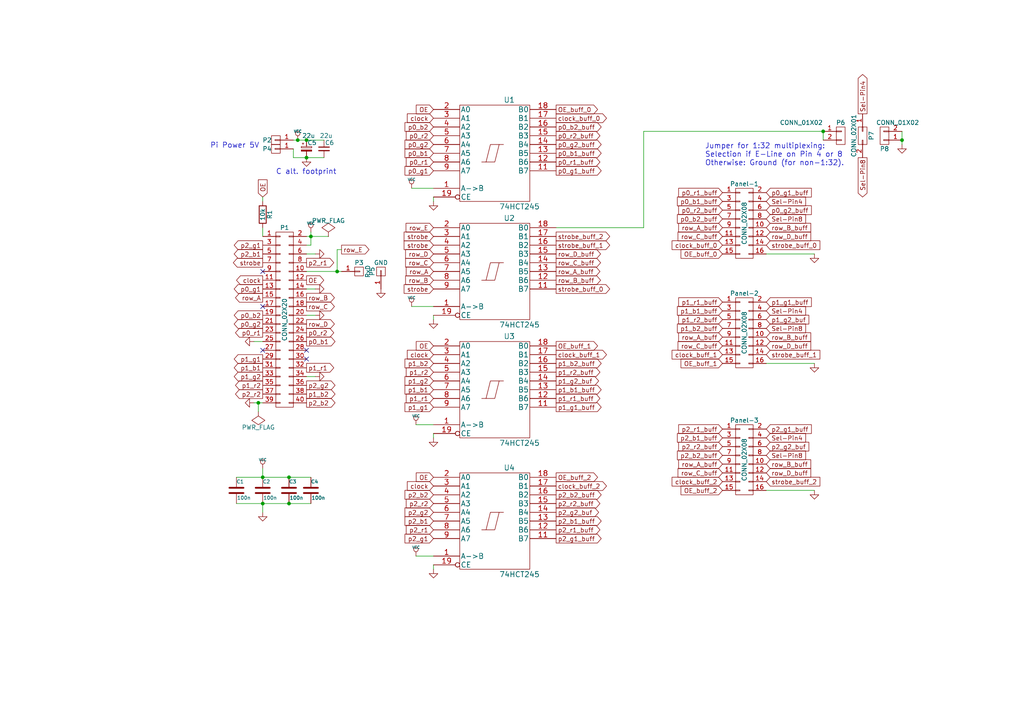
<source format=kicad_sch>
(kicad_sch (version 20230121) (generator eeschema)
  (paper "A4")
  (lib_symbols
    (symbol "active3-rpi-hub75-adapter-rescue:74HC245" (pin_names (offset 0.254))
      (property "Reference" "U" (at 2.54 14.605 0))
      (property "Value" "74HC245" (at 1.27 -14.605 0))
      (symbol "74HC245_0_0"
        (pin power_in line (at 0 -13.97 90) (length 0) hide (name "GND") (number "10"))
        (pin power_in line (at 0 13.97 270) (length 0) hide (name "VCC") (number "20"))
      )
      (symbol "74HC245_0_1"
        (rectangle (start -10.16 13.97) (end 10.16 -13.97))
        (polyline (pts (xy 1.27 2.54) (xy 0 -2.54) (xy -2.54 -2.54)))
        (polyline (pts (xy 2.54 2.54) (xy -1.27 2.54) (xy -2.54 -2.54) (xy -3.81 -2.54)))
      )
      (symbol "74HC245_1_1"
        (pin input line (at -17.78 -10.16 0) (length 7.62) (name "A->B") (number "1"))
        (pin tri_state line (at 17.78 -5.08 180) (length 7.62) (name "B7") (number "11"))
        (pin tri_state line (at 17.78 -2.54 180) (length 7.62) (name "B6") (number "12"))
        (pin tri_state line (at 17.78 0 180) (length 7.62) (name "B5") (number "13"))
        (pin tri_state line (at 17.78 2.54 180) (length 7.62) (name "B4") (number "14"))
        (pin tri_state line (at 17.78 5.08 180) (length 7.62) (name "B3") (number "15"))
        (pin tri_state line (at 17.78 7.62 180) (length 7.62) (name "B2") (number "16"))
        (pin tri_state line (at 17.78 10.16 180) (length 7.62) (name "B1") (number "17"))
        (pin tri_state line (at 17.78 12.7 180) (length 7.62) (name "B0") (number "18"))
        (pin input inverted (at -17.78 -12.7 0) (length 7.62) (name "CE") (number "19"))
        (pin tri_state line (at -17.78 12.7 0) (length 7.62) (name "A0") (number "2"))
        (pin tri_state line (at -17.78 10.16 0) (length 7.62) (name "A1") (number "3"))
        (pin tri_state line (at -17.78 7.62 0) (length 7.62) (name "A2") (number "4"))
        (pin tri_state line (at -17.78 5.08 0) (length 7.62) (name "A3") (number "5"))
        (pin tri_state line (at -17.78 2.54 0) (length 7.62) (name "A4") (number "6"))
        (pin tri_state line (at -17.78 0 0) (length 7.62) (name "A5") (number "7"))
        (pin tri_state line (at -17.78 -2.54 0) (length 7.62) (name "A6") (number "8"))
        (pin tri_state line (at -17.78 -5.08 0) (length 7.62) (name "A7") (number "9"))
      )
    )
    (symbol "active3-rpi-hub75-adapter-rescue:C" (pin_numbers hide) (pin_names (offset 0.254))
      (property "Reference" "C" (at 0.635 2.54 0))
      (property "Value" "C" (at 0.635 -2.54 0))
      (symbol "C_0_1"
        (polyline (pts (xy -2.032 -0.762) (xy 2.032 -0.762)) (stroke (width 0.508)))
        (polyline (pts (xy -2.032 0.762) (xy 2.032 0.762)) (stroke (width 0.508)))
      )
      (symbol "C_1_1"
        (pin passive line (at 0 3.81 270) (length 2.794) (name "~") (number "1"))
        (pin passive line (at 0 -3.81 90) (length 2.794) (name "~") (number "2"))
      )
    )
    (symbol "active3-rpi-hub75-adapter-rescue:CONN_01X01" (pin_names (offset 1.016) hide)
      (property "Reference" "P" (at 0 2.54 0))
      (property "Value" "CONN_01X01" (at 2.54 0 90))
      (symbol "CONN_01X01_0_1"
        (rectangle (start -1.27 0.127) (end 0.254 -0.127))
        (rectangle (start -1.27 1.27) (end 1.27 -1.27))
      )
      (symbol "CONN_01X01_1_1"
        (pin passive line (at -5.08 0 0) (length 3.81) (name "P1") (number "1"))
      )
    )
    (symbol "active3-rpi-hub75-adapter-rescue:CONN_01X02" (pin_names (offset 1.016) hide)
      (property "Reference" "P" (at 0 3.81 0))
      (property "Value" "CONN_01X02" (at 2.54 0 90))
      (symbol "CONN_01X02_0_1"
        (rectangle (start -1.27 -1.143) (end 0.254 -1.397))
        (rectangle (start -1.27 1.397) (end 0.254 1.143))
        (rectangle (start -1.27 2.54) (end 1.27 -2.54))
      )
      (symbol "CONN_01X02_1_1"
        (pin passive line (at -5.08 1.27 0) (length 3.81) (name "P1") (number "1"))
        (pin passive line (at -5.08 -1.27 0) (length 3.81) (name "P2") (number "2"))
      )
    )
    (symbol "active3-rpi-hub75-adapter-rescue:CONN_02X01" (pin_names (offset 0.0254) hide)
      (property "Reference" "P" (at 0 2.54 0))
      (property "Value" "CONN_02X01" (at 0 -2.54 0))
      (symbol "CONN_02X01_0_1"
        (rectangle (start -2.54 0.127) (end -1.27 -0.127))
        (rectangle (start -2.54 1.27) (end 2.54 -1.27))
        (rectangle (start 1.27 0.127) (end 2.54 -0.127))
      )
      (symbol "CONN_02X01_1_1"
        (pin passive line (at -6.35 0 0) (length 3.81) (name "P1") (number "1"))
        (pin passive line (at 6.35 0 180) (length 3.81) (name "P2") (number "2"))
      )
    )
    (symbol "active3-rpi-hub75-adapter-rescue:CONN_02X08" (pin_names (offset 0.0254) hide)
      (property "Reference" "P" (at 0 11.43 0))
      (property "Value" "CONN_02X08" (at 0 0 90))
      (symbol "CONN_02X08_0_1"
        (rectangle (start -2.54 -8.763) (end -1.27 -9.017))
        (rectangle (start -2.54 -6.223) (end -1.27 -6.477))
        (rectangle (start -2.54 -3.683) (end -1.27 -3.937))
        (rectangle (start -2.54 -1.143) (end -1.27 -1.397))
        (rectangle (start -2.54 1.397) (end -1.27 1.143))
        (rectangle (start -2.54 3.937) (end -1.27 3.683))
        (rectangle (start -2.54 6.477) (end -1.27 6.223))
        (rectangle (start -2.54 9.017) (end -1.27 8.763))
        (rectangle (start -2.54 10.16) (end 2.54 -10.16))
        (rectangle (start 1.27 -8.763) (end 2.54 -9.017))
        (rectangle (start 1.27 -6.223) (end 2.54 -6.477))
        (rectangle (start 1.27 -3.683) (end 2.54 -3.937))
        (rectangle (start 1.27 -1.143) (end 2.54 -1.397))
        (rectangle (start 1.27 1.397) (end 2.54 1.143))
        (rectangle (start 1.27 3.937) (end 2.54 3.683))
        (rectangle (start 1.27 6.477) (end 2.54 6.223))
        (rectangle (start 1.27 9.017) (end 2.54 8.763))
      )
      (symbol "CONN_02X08_1_1"
        (pin passive line (at -6.35 8.89 0) (length 3.81) (name "P1") (number "1"))
        (pin passive line (at 6.35 -1.27 180) (length 3.81) (name "P10") (number "10"))
        (pin passive line (at -6.35 -3.81 0) (length 3.81) (name "P11") (number "11"))
        (pin passive line (at 6.35 -3.81 180) (length 3.81) (name "P12") (number "12"))
        (pin passive line (at -6.35 -6.35 0) (length 3.81) (name "P13") (number "13"))
        (pin passive line (at 6.35 -6.35 180) (length 3.81) (name "P14") (number "14"))
        (pin passive line (at -6.35 -8.89 0) (length 3.81) (name "P15") (number "15"))
        (pin passive line (at 6.35 -8.89 180) (length 3.81) (name "P16") (number "16"))
        (pin passive line (at 6.35 8.89 180) (length 3.81) (name "P2") (number "2"))
        (pin passive line (at -6.35 6.35 0) (length 3.81) (name "P3") (number "3"))
        (pin passive line (at 6.35 6.35 180) (length 3.81) (name "P4") (number "4"))
        (pin passive line (at -6.35 3.81 0) (length 3.81) (name "P5") (number "5"))
        (pin passive line (at 6.35 3.81 180) (length 3.81) (name "P6") (number "6"))
        (pin passive line (at -6.35 1.27 0) (length 3.81) (name "P7") (number "7"))
        (pin passive line (at 6.35 1.27 180) (length 3.81) (name "P8") (number "8"))
        (pin passive line (at -6.35 -1.27 0) (length 3.81) (name "P9") (number "9"))
      )
    )
    (symbol "active3-rpi-hub75-adapter-rescue:CONN_02X20" (pin_names (offset 0.0254) hide)
      (property "Reference" "P" (at 0 26.67 0))
      (property "Value" "CONN_02X20" (at 0 0 90))
      (symbol "CONN_02X20_0_1"
        (rectangle (start -2.54 -24.003) (end -1.27 -24.257))
        (rectangle (start -2.54 -21.463) (end -1.27 -21.717))
        (rectangle (start -2.54 -18.923) (end -1.27 -19.177))
        (rectangle (start -2.54 -16.383) (end -1.27 -16.637))
        (rectangle (start -2.54 -13.843) (end -1.27 -14.097))
        (rectangle (start -2.54 -11.303) (end -1.27 -11.557))
        (rectangle (start -2.54 -8.763) (end -1.27 -9.017))
        (rectangle (start -2.54 -6.223) (end -1.27 -6.477))
        (rectangle (start -2.54 -3.683) (end -1.27 -3.937))
        (rectangle (start -2.54 -1.143) (end -1.27 -1.397))
        (rectangle (start -2.54 1.397) (end -1.27 1.143))
        (rectangle (start -2.54 3.937) (end -1.27 3.683))
        (rectangle (start -2.54 6.477) (end -1.27 6.223))
        (rectangle (start -2.54 9.017) (end -1.27 8.763))
        (rectangle (start -2.54 11.557) (end -1.27 11.303))
        (rectangle (start -2.54 14.097) (end -1.27 13.843))
        (rectangle (start -2.54 16.637) (end -1.27 16.383))
        (rectangle (start -2.54 19.177) (end -1.27 18.923))
        (rectangle (start -2.54 21.717) (end -1.27 21.463))
        (rectangle (start -2.54 24.257) (end -1.27 24.003))
        (rectangle (start -2.54 25.4) (end 2.54 -25.4))
        (rectangle (start 1.27 -24.003) (end 2.54 -24.257))
        (rectangle (start 1.27 -21.463) (end 2.54 -21.717))
        (rectangle (start 1.27 -18.923) (end 2.54 -19.177))
        (rectangle (start 1.27 -16.383) (end 2.54 -16.637))
        (rectangle (start 1.27 -13.843) (end 2.54 -14.097))
        (rectangle (start 1.27 -11.303) (end 2.54 -11.557))
        (rectangle (start 1.27 -8.763) (end 2.54 -9.017))
        (rectangle (start 1.27 -6.223) (end 2.54 -6.477))
        (rectangle (start 1.27 -3.683) (end 2.54 -3.937))
        (rectangle (start 1.27 -1.143) (end 2.54 -1.397))
        (rectangle (start 1.27 1.397) (end 2.54 1.143))
        (rectangle (start 1.27 3.937) (end 2.54 3.683))
        (rectangle (start 1.27 6.477) (end 2.54 6.223))
        (rectangle (start 1.27 9.017) (end 2.54 8.763))
        (rectangle (start 1.27 11.557) (end 2.54 11.303))
        (rectangle (start 1.27 14.097) (end 2.54 13.843))
        (rectangle (start 1.27 16.637) (end 2.54 16.383))
        (rectangle (start 1.27 19.177) (end 2.54 18.923))
        (rectangle (start 1.27 21.717) (end 2.54 21.463))
        (rectangle (start 1.27 24.257) (end 2.54 24.003))
      )
      (symbol "CONN_02X20_1_1"
        (pin passive line (at -6.35 24.13 0) (length 3.81) (name "P1") (number "1"))
        (pin passive line (at 6.35 13.97 180) (length 3.81) (name "P10") (number "10"))
        (pin passive line (at -6.35 11.43 0) (length 3.81) (name "P11") (number "11"))
        (pin passive line (at 6.35 11.43 180) (length 3.81) (name "P12") (number "12"))
        (pin passive line (at -6.35 8.89 0) (length 3.81) (name "P13") (number "13"))
        (pin passive line (at 6.35 8.89 180) (length 3.81) (name "P14") (number "14"))
        (pin passive line (at -6.35 6.35 0) (length 3.81) (name "P15") (number "15"))
        (pin passive line (at 6.35 6.35 180) (length 3.81) (name "P16") (number "16"))
        (pin passive line (at -6.35 3.81 0) (length 3.81) (name "P17") (number "17"))
        (pin passive line (at 6.35 3.81 180) (length 3.81) (name "P18") (number "18"))
        (pin passive line (at -6.35 1.27 0) (length 3.81) (name "P19") (number "19"))
        (pin passive line (at 6.35 24.13 180) (length 3.81) (name "P2") (number "2"))
        (pin passive line (at 6.35 1.27 180) (length 3.81) (name "P20") (number "20"))
        (pin passive line (at -6.35 -1.27 0) (length 3.81) (name "P21") (number "21"))
        (pin passive line (at 6.35 -1.27 180) (length 3.81) (name "P22") (number "22"))
        (pin passive line (at -6.35 -3.81 0) (length 3.81) (name "P23") (number "23"))
        (pin passive line (at 6.35 -3.81 180) (length 3.81) (name "P24") (number "24"))
        (pin passive line (at -6.35 -6.35 0) (length 3.81) (name "P25") (number "25"))
        (pin passive line (at 6.35 -6.35 180) (length 3.81) (name "P26") (number "26"))
        (pin passive line (at -6.35 -8.89 0) (length 3.81) (name "P27") (number "27"))
        (pin passive line (at 6.35 -8.89 180) (length 3.81) (name "P28") (number "28"))
        (pin passive line (at -6.35 -11.43 0) (length 3.81) (name "P29") (number "29"))
        (pin passive line (at -6.35 21.59 0) (length 3.81) (name "P3") (number "3"))
        (pin passive line (at 6.35 -11.43 180) (length 3.81) (name "P30") (number "30"))
        (pin passive line (at -6.35 -13.97 0) (length 3.81) (name "P31") (number "31"))
        (pin passive line (at 6.35 -13.97 180) (length 3.81) (name "P32") (number "32"))
        (pin passive line (at -6.35 -16.51 0) (length 3.81) (name "P33") (number "33"))
        (pin passive line (at 6.35 -16.51 180) (length 3.81) (name "P34") (number "34"))
        (pin passive line (at -6.35 -19.05 0) (length 3.81) (name "P35") (number "35"))
        (pin passive line (at 6.35 -19.05 180) (length 3.81) (name "P36") (number "36"))
        (pin passive line (at -6.35 -21.59 0) (length 3.81) (name "P37") (number "37"))
        (pin passive line (at 6.35 -21.59 180) (length 3.81) (name "P38") (number "38"))
        (pin passive line (at -6.35 -24.13 0) (length 3.81) (name "P39") (number "39"))
        (pin passive line (at 6.35 21.59 180) (length 3.81) (name "P4") (number "4"))
        (pin passive line (at 6.35 -24.13 180) (length 3.81) (name "P40") (number "40"))
        (pin passive line (at -6.35 19.05 0) (length 3.81) (name "P5") (number "5"))
        (pin passive line (at 6.35 19.05 180) (length 3.81) (name "P6") (number "6"))
        (pin passive line (at -6.35 16.51 0) (length 3.81) (name "P7") (number "7"))
        (pin passive line (at 6.35 16.51 180) (length 3.81) (name "P8") (number "8"))
        (pin passive line (at -6.35 13.97 0) (length 3.81) (name "P9") (number "9"))
      )
    )
    (symbol "active3-rpi-hub75-adapter-rescue:CP_Small" (pin_numbers hide) (pin_names (offset 0.254) hide)
      (property "Reference" "C" (at 0.254 1.778 0))
      (property "Value" "CP_Small" (at 0.254 -2.032 0))
      (symbol "CP_Small_0_1"
        (rectangle (start -1.524 -0.3048) (end 1.524 -0.6858) (fill (type outline)))
        (rectangle (start -1.524 0.6858) (end 1.524 0.3048))
        (polyline (pts (xy -1.27 1.524) (xy -0.762 1.524)))
        (polyline (pts (xy -1.016 1.27) (xy -1.016 1.778)))
      )
      (symbol "CP_Small_1_1"
        (pin passive line (at 0 2.54 270) (length 1.8542) (name "~") (number "1"))
        (pin passive line (at 0 -2.54 90) (length 1.8542) (name "~") (number "2"))
      )
    )
    (symbol "active3-rpi-hub75-adapter-rescue:C_Small" (pin_numbers hide) (pin_names (offset 0.254) hide)
      (property "Reference" "C" (at 0.254 1.778 0))
      (property "Value" "C_Small" (at 0.254 -2.032 0))
      (symbol "C_Small_0_1"
        (polyline (pts (xy -1.524 -0.508) (xy 1.524 -0.508)) (stroke (width 0.3302)))
        (polyline (pts (xy -1.524 0.508) (xy 1.524 0.508)) (stroke (width 0.3048)))
      )
      (symbol "C_Small_1_1"
        (pin passive line (at 0 2.54 270) (length 1.905) (name "~") (number "1"))
        (pin passive line (at 0 -2.54 90) (length 2.032) (name "~") (number "2"))
      )
    )
    (symbol "active3-rpi-hub75-adapter-rescue:GND" (power) (pin_names (offset 0))
      (property "Value" "GND" (at 0 -3.81 0))
      (symbol "GND_0_1"
        (polyline (pts (xy 0 0) (xy 0 -1.27) (xy 1.27 -1.27) (xy 0 -2.54) (xy -1.27 -1.27) (xy 0 -1.27)))
      )
      (symbol "GND_1_1"
        (pin power_in line (at 0 0 270) (length 0) hide (name "GND") (number "1"))
      )
    )
    (symbol "active3-rpi-hub75-adapter-rescue:PWR_FLAG" (power) (pin_numbers hide) (pin_names (offset 0) hide)
      (property "Value" "PWR_FLAG" (at 0 4.572 0))
      (symbol "PWR_FLAG_0_0"
        (pin power_out line (at 0 0 90) (length 0) (name "pwr") (number "1"))
      )
      (symbol "PWR_FLAG_0_1"
        (polyline (pts (xy 0 0) (xy 0 1.27) (xy -1.905 2.54) (xy 0 3.81) (xy 1.905 2.54) (xy 0 1.27)))
      )
    )
    (symbol "active3-rpi-hub75-adapter-rescue:R" (pin_numbers hide) (pin_names (offset 0))
      (property "Reference" "R" (at 2.032 0 90))
      (property "Value" "R" (at 0 0 90))
      (symbol "R_0_1"
        (rectangle (start -1.016 -2.54) (end 1.016 2.54) (stroke (width 0.254)))
      )
      (symbol "R_1_1"
        (pin passive line (at 0 3.81 270) (length 1.27) (name "~") (number "1"))
        (pin passive line (at 0 -3.81 90) (length 1.27) (name "~") (number "2"))
      )
    )
    (symbol "active3-rpi-hub75-adapter-rescue:VCC" (power) (pin_names (offset 0))
      (property "Value" "VCC" (at 0 3.81 0))
      (symbol "VCC_0_1"
        (polyline (pts (xy 0 0) (xy 0 1.27)))
        (circle (center 0 1.905) (radius 0.635))
      )
      (symbol "VCC_1_1"
        (pin power_in line (at 0 0 90) (length 0) hide (name "VCC") (number "1"))
      )
    )
  )
  (junction (at 76.2 146.05))
  (junction (at 261.62 40.64))
  (junction (at 76.2 138.43))
  (junction (at 74.93 116.84))
  (junction (at 88.9 40.64))
  (junction (at 90.17 68.58))
  (junction (at 238.76 38.1))
  (junction (at 83.82 138.43))
  (junction (at 83.82 146.05))
  (junction (at 86.36 40.64))
  (junction (at 97.79 78.74))
  (junction (at 88.9 45.72))
  (no_connect (at 76.2 88.9))
  (no_connect (at 88.9 104.14))
  (no_connect (at 76.2 101.6))
  (no_connect (at 88.9 101.6))
  (no_connect (at 76.2 78.74))
  (wire (pts (xy 125.73 125.73) (xy 125.73 127)))
  (wire (pts (xy 85.09 45.72) (xy 88.9 45.72)))
  (wire (pts (xy 125.73 57.15) (xy 125.73 58.42)))
  (wire (pts (xy 97.79 72.39) (xy 97.79 78.74)))
  (wire (pts (xy 76.2 146.05) (xy 83.82 146.05)))
  (wire (pts (xy 88.9 109.22) (xy 91.44 109.22)))
  (wire (pts (xy 186.69 66.04) (xy 186.69 38.1)))
  (wire (pts (xy 261.62 38.1) (xy 261.62 40.64)))
  (wire (pts (xy 125.73 54.61) (xy 119.38 54.61)))
  (wire (pts (xy 73.66 116.84) (xy 74.93 116.84)))
  (wire (pts (xy 90.17 68.58) (xy 90.17 71.12)))
  (wire (pts (xy 88.9 73.66) (xy 91.44 73.66)))
  (wire (pts (xy 161.29 66.04) (xy 186.69 66.04)))
  (wire (pts (xy 120.65 161.29) (xy 125.73 161.29)))
  (wire (pts (xy 261.62 40.64) (xy 261.62 41.91)))
  (wire (pts (xy 88.9 78.74) (xy 97.79 78.74)))
  (wire (pts (xy 119.38 88.9) (xy 125.73 88.9)))
  (wire (pts (xy 90.17 67.31) (xy 90.17 68.58)))
  (wire (pts (xy 76.2 135.89) (xy 76.2 138.43)))
  (wire (pts (xy 83.82 146.05) (xy 90.17 146.05)))
  (wire (pts (xy 88.9 68.58) (xy 90.17 68.58)))
  (wire (pts (xy 83.82 138.43) (xy 90.17 138.43)))
  (wire (pts (xy 236.22 73.66) (xy 222.25 73.66)))
  (wire (pts (xy 238.76 38.1) (xy 238.76 40.64)))
  (wire (pts (xy 88.9 83.82) (xy 91.44 83.82)))
  (wire (pts (xy 97.79 78.74) (xy 99.06 78.74)))
  (wire (pts (xy 90.17 68.58) (xy 95.25 68.58)))
  (wire (pts (xy 125.73 91.44) (xy 125.73 92.71)))
  (wire (pts (xy 86.36 40.64) (xy 88.9 40.64)))
  (wire (pts (xy 68.58 146.05) (xy 76.2 146.05)))
  (wire (pts (xy 85.09 40.64) (xy 86.36 40.64)))
  (wire (pts (xy 125.73 163.83) (xy 125.73 165.1)))
  (wire (pts (xy 186.69 38.1) (xy 238.76 38.1)))
  (wire (pts (xy 85.09 43.18) (xy 85.09 45.72)))
  (wire (pts (xy 99.06 72.39) (xy 97.79 72.39)))
  (wire (pts (xy 68.58 138.43) (xy 76.2 138.43)))
  (wire (pts (xy 76.2 146.05) (xy 76.2 148.59)))
  (wire (pts (xy 76.2 138.43) (xy 83.82 138.43)))
  (wire (pts (xy 90.17 71.12) (xy 88.9 71.12)))
  (wire (pts (xy 88.9 40.64) (xy 93.98 40.64)))
  (wire (pts (xy 88.9 45.72) (xy 93.98 45.72)))
  (wire (pts (xy 73.66 99.06) (xy 76.2 99.06)))
  (wire (pts (xy 74.93 116.84) (xy 74.93 119.38)))
  (wire (pts (xy 236.22 105.41) (xy 222.25 105.41)))
  (wire (pts (xy 120.65 123.19) (xy 125.73 123.19)))
  (wire (pts (xy 236.22 142.24) (xy 222.25 142.24)))
  (wire (pts (xy 76.2 66.04) (xy 76.2 68.58)))
  (wire (pts (xy 74.93 116.84) (xy 76.2 116.84)))
  (wire (pts (xy 76.2 58.42) (xy 76.2 57.15)))
  (wire (pts (xy 88.9 91.44) (xy 91.44 91.44)))
  (text "Jumper for 1:32 multiplexing:\nSelection if E-Line on Pin 4 or 8\nOtherwise: Ground (for non-1:32)." (at 204.47 48.26 0) (effects (font (size 1.524 1.524)) (justify left bottom)))
  (text "C alt. footprint" (at 80.01 50.8 0) (effects (font (size 1.524 1.524)) (justify left bottom)))
  (text "Pi Power 5V" (at 60.96 43.18 0) (effects (font (size 1.524 1.524)) (justify left bottom)))
  (global_label "p0_b1_buff" (shape input) (at 209.55 58.42 180) (effects (font (size 1.2954 1.2954))) (property "Intersheetrefs" "${INTERSHEET_REFS}" (effects hide)))
  (global_label "strobe_buff_2" (shape output) (at 161.29 68.58 0) (effects (font (size 1.2954 1.2954))) (property "Intersheetrefs" "${INTERSHEET_REFS}" (effects hide)))
  (global_label "p1_r2_buff" (shape output) (at 161.29 107.95 0) (effects (font (size 1.2954 1.2954))) (property "Intersheetrefs" "${INTERSHEET_REFS}" (effects hide)))
  (global_label "row_C_buff" (shape input) (at 209.55 100.33 180) (effects (font (size 1.2954 1.2954))) (property "Intersheetrefs" "${INTERSHEET_REFS}" (effects hide)))
  (global_label "row_B" (shape input) (at 125.73 81.28 180) (effects (font (size 1.2954 1.2954))) (property "Intersheetrefs" "${INTERSHEET_REFS}" (effects hide)))
  (global_label "p2_b2" (shape output) (at 88.9 116.84 0) (effects (font (size 1.2954 1.2954))) (property "Intersheetrefs" "${INTERSHEET_REFS}" (effects hide)))
  (global_label "p0_b1" (shape output) (at 88.9 99.06 0) (effects (font (size 1.2954 1.2954))) (property "Intersheetrefs" "${INTERSHEET_REFS}" (effects hide)))
  (global_label "p0_r1_buff" (shape output) (at 161.29 46.99 0) (effects (font (size 1.2954 1.2954))) (property "Intersheetrefs" "${INTERSHEET_REFS}" (effects hide)))
  (global_label "p0_r2" (shape input) (at 125.73 39.37 180) (effects (font (size 1.2954 1.2954))) (property "Intersheetrefs" "${INTERSHEET_REFS}" (effects hide)))
  (global_label "p0_r2_buff" (shape output) (at 161.29 39.37 0) (effects (font (size 1.2954 1.2954))) (property "Intersheetrefs" "${INTERSHEET_REFS}" (effects hide)))
  (global_label "row_D_buff" (shape input) (at 222.25 68.58 0) (effects (font (size 1.2954 1.2954))) (property "Intersheetrefs" "${INTERSHEET_REFS}" (effects hide)))
  (global_label "p2_r2_buff" (shape input) (at 209.55 129.54 180) (effects (font (size 1.2954 1.2954))) (property "Intersheetrefs" "${INTERSHEET_REFS}" (effects hide)))
  (global_label "OE_buff_2" (shape output) (at 161.29 138.43 0) (effects (font (size 1.2954 1.2954))) (property "Intersheetrefs" "${INTERSHEET_REFS}" (effects hide)))
  (global_label "p1_b2" (shape input) (at 125.73 105.41 180) (effects (font (size 1.2954 1.2954))) (property "Intersheetrefs" "${INTERSHEET_REFS}" (effects hide)))
  (global_label "OE" (shape output) (at 88.9 81.28 0) (effects (font (size 1.2954 1.2954))) (property "Intersheetrefs" "${INTERSHEET_REFS}" (effects hide)))
  (global_label "row_C" (shape input) (at 125.73 76.2 180) (effects (font (size 1.2954 1.2954))) (property "Intersheetrefs" "${INTERSHEET_REFS}" (effects hide)))
  (global_label "p2_g1_buff" (shape input) (at 222.25 124.46 0) (effects (font (size 1.2954 1.2954))) (property "Intersheetrefs" "${INTERSHEET_REFS}" (effects hide)))
  (global_label "clock_buff_2" (shape output) (at 161.29 140.97 0) (effects (font (size 1.2954 1.2954))) (property "Intersheetrefs" "${INTERSHEET_REFS}" (effects hide)))
  (global_label "p1_r2" (shape input) (at 125.73 107.95 180) (effects (font (size 1.2954 1.2954))) (property "Intersheetrefs" "${INTERSHEET_REFS}" (effects hide)))
  (global_label "p0_g2_buff" (shape input) (at 222.25 60.96 0) (effects (font (size 1.2954 1.2954))) (property "Intersheetrefs" "${INTERSHEET_REFS}" (effects hide)))
  (global_label "p0_g2" (shape output) (at 76.2 93.98 180) (effects (font (size 1.2954 1.2954))) (property "Intersheetrefs" "${INTERSHEET_REFS}" (effects hide)))
  (global_label "p0_r2" (shape output) (at 88.9 96.52 0) (effects (font (size 1.2954 1.2954))) (property "Intersheetrefs" "${INTERSHEET_REFS}" (effects hide)))
  (global_label "clock_buff_0" (shape input) (at 209.55 71.12 180) (effects (font (size 1.2954 1.2954))) (property "Intersheetrefs" "${INTERSHEET_REFS}" (effects hide)))
  (global_label "p1_b1" (shape input) (at 125.73 113.03 180) (effects (font (size 1.2954 1.2954))) (property "Intersheetrefs" "${INTERSHEET_REFS}" (effects hide)))
  (global_label "p0_b2" (shape input) (at 125.73 36.83 180) (effects (font (size 1.2954 1.2954))) (property "Intersheetrefs" "${INTERSHEET_REFS}" (effects hide)))
  (global_label "strobe_buff_1" (shape input) (at 222.25 102.87 0) (effects (font (size 1.2954 1.2954))) (property "Intersheetrefs" "${INTERSHEET_REFS}" (effects hide)))
  (global_label "p1_r2_buff" (shape input) (at 209.55 92.71 180) (effects (font (size 1.2954 1.2954))) (property "Intersheetrefs" "${INTERSHEET_REFS}" (effects hide)))
  (global_label "p2_b1" (shape output) (at 76.2 73.66 180) (effects (font (size 1.2954 1.2954))) (property "Intersheetrefs" "${INTERSHEET_REFS}" (effects hide)))
  (global_label "row_E" (shape input) (at 125.73 66.04 180) (effects (font (size 1.2954 1.2954))) (property "Intersheetrefs" "${INTERSHEET_REFS}" (effects hide)))
  (global_label "row_C" (shape output) (at 88.9 88.9 0) (effects (font (size 1.2954 1.2954))) (property "Intersheetrefs" "${INTERSHEET_REFS}" (effects hide)))
  (global_label "p0_g1_buff" (shape input) (at 222.25 55.88 0) (effects (font (size 1.2954 1.2954))) (property "Intersheetrefs" "${INTERSHEET_REFS}" (effects hide)))
  (global_label "p0_b1" (shape input) (at 125.73 44.45 180) (effects (font (size 1.2954 1.2954))) (property "Intersheetrefs" "${INTERSHEET_REFS}" (effects hide)))
  (global_label "row_D" (shape output) (at 88.9 93.98 0) (effects (font (size 1.2954 1.2954))) (property "Intersheetrefs" "${INTERSHEET_REFS}" (effects hide)))
  (global_label "p2_b2_buff" (shape output) (at 161.29 143.51 0) (effects (font (size 1.2954 1.2954))) (property "Intersheetrefs" "${INTERSHEET_REFS}" (effects hide)))
  (global_label "row_E" (shape output) (at 99.06 72.39 0) (effects (font (size 1.2954 1.2954))) (property "Intersheetrefs" "${INTERSHEET_REFS}" (effects hide)))
  (global_label "OE" (shape input) (at 125.73 31.75 180) (effects (font (size 1.2954 1.2954))) (property "Intersheetrefs" "${INTERSHEET_REFS}" (effects hide)))
  (global_label "row_A_buff" (shape input) (at 209.55 66.04 180) (effects (font (size 1.2954 1.2954))) (property "Intersheetrefs" "${INTERSHEET_REFS}" (effects hide)))
  (global_label "p1_r2" (shape output) (at 76.2 111.76 180) (effects (font (size 1.2954 1.2954))) (property "Intersheetrefs" "${INTERSHEET_REFS}" (effects hide)))
  (global_label "OE_buff_0" (shape output) (at 161.29 31.75 0) (effects (font (size 1.2954 1.2954))) (property "Intersheetrefs" "${INTERSHEET_REFS}" (effects hide)))
  (global_label "row_D_buff" (shape input) (at 222.25 137.16 0) (effects (font (size 1.2954 1.2954))) (property "Intersheetrefs" "${INTERSHEET_REFS}" (effects hide)))
  (global_label "strobe_buff_0" (shape input) (at 222.25 71.12 0) (effects (font (size 1.2954 1.2954))) (property "Intersheetrefs" "${INTERSHEET_REFS}" (effects hide)))
  (global_label "p2_b1_buff" (shape output) (at 161.29 151.13 0) (effects (font (size 1.2954 1.2954))) (property "Intersheetrefs" "${INTERSHEET_REFS}" (effects hide)))
  (global_label "row_D_buff" (shape input) (at 222.25 100.33 0) (effects (font (size 1.2954 1.2954))) (property "Intersheetrefs" "${INTERSHEET_REFS}" (effects hide)))
  (global_label "clock" (shape input) (at 125.73 34.29 180) (effects (font (size 1.2954 1.2954))) (property "Intersheetrefs" "${INTERSHEET_REFS}" (effects hide)))
  (global_label "p2_b1" (shape input) (at 125.73 151.13 180) (effects (font (size 1.2954 1.2954))) (property "Intersheetrefs" "${INTERSHEET_REFS}" (effects hide)))
  (global_label "clock_buff_0" (shape output) (at 161.29 34.29 0) (effects (font (size 1.2954 1.2954))) (property "Intersheetrefs" "${INTERSHEET_REFS}" (effects hide)))
  (global_label "row_C_buff" (shape input) (at 209.55 68.58 180) (effects (font (size 1.2954 1.2954))) (property "Intersheetrefs" "${INTERSHEET_REFS}" (effects hide)))
  (global_label "strobe" (shape input) (at 125.73 71.12 180) (effects (font (size 1.2954 1.2954))) (property "Intersheetrefs" "${INTERSHEET_REFS}" (effects hide)))
  (global_label "p2_r1" (shape input) (at 125.73 153.67 180) (effects (font (size 1.2954 1.2954))) (property "Intersheetrefs" "${INTERSHEET_REFS}" (effects hide)))
  (global_label "p0_r2_buff" (shape input) (at 209.55 60.96 180) (effects (font (size 1.2954 1.2954))) (property "Intersheetrefs" "${INTERSHEET_REFS}" (effects hide)))
  (global_label "strobe" (shape input) (at 125.73 68.58 180) (effects (font (size 1.2954 1.2954))) (property "Intersheetrefs" "${INTERSHEET_REFS}" (effects hide)))
  (global_label "row_A_buff" (shape input) (at 209.55 97.79 180) (effects (font (size 1.2954 1.2954))) (property "Intersheetrefs" "${INTERSHEET_REFS}" (effects hide)))
  (global_label "strobe" (shape input) (at 125.73 83.82 180) (effects (font (size 1.2954 1.2954))) (property "Intersheetrefs" "${INTERSHEET_REFS}" (effects hide)))
  (global_label "row_B_buff" (shape input) (at 222.25 134.62 0) (effects (font (size 1.2954 1.2954))) (property "Intersheetrefs" "${INTERSHEET_REFS}" (effects hide)))
  (global_label "row_A_buff" (shape output) (at 161.29 78.74 0) (effects (font (size 1.2954 1.2954))) (property "Intersheetrefs" "${INTERSHEET_REFS}" (effects hide)))
  (global_label "p1_g1_buff" (shape output) (at 161.29 118.11 0) (effects (font (size 1.2954 1.2954))) (property "Intersheetrefs" "${INTERSHEET_REFS}" (effects hide)))
  (global_label "OE_buff_1" (shape input) (at 209.55 105.41 180) (effects (font (size 1.2954 1.2954))) (property "Intersheetrefs" "${INTERSHEET_REFS}" (effects hide)))
  (global_label "strobe_buff_2" (shape input) (at 222.25 139.7 0) (effects (font (size 1.2954 1.2954))) (property "Intersheetrefs" "${INTERSHEET_REFS}" (effects hide)))
  (global_label "p1_r1_buff" (shape input) (at 209.55 87.63 180) (effects (font (size 1.2954 1.2954))) (property "Intersheetrefs" "${INTERSHEET_REFS}" (effects hide)))
  (global_label "p1_g2_buf" (shape output) (at 161.29 110.49 0) (effects (font (size 1.2954 1.2954))) (property "Intersheetrefs" "${INTERSHEET_REFS}" (effects hide)))
  (global_label "p0_g2_buff" (shape output) (at 161.29 41.91 0) (effects (font (size 1.2954 1.2954))) (property "Intersheetrefs" "${INTERSHEET_REFS}" (effects hide)))
  (global_label "p2_g2" (shape input) (at 125.73 148.59 180) (effects (font (size 1.2954 1.2954))) (property "Intersheetrefs" "${INTERSHEET_REFS}" (effects hide)))
  (global_label "p2_g1" (shape input) (at 125.73 156.21 180) (effects (font (size 1.2954 1.2954))) (property "Intersheetrefs" "${INTERSHEET_REFS}" (effects hide)))
  (global_label "p2_r1" (shape output) (at 88.9 76.2 0) (effects (font (size 1.2954 1.2954))) (property "Intersheetrefs" "${INTERSHEET_REFS}" (effects hide)))
  (global_label "p2_r2" (shape input) (at 125.73 146.05 180) (effects (font (size 1.2954 1.2954))) (property "Intersheetrefs" "${INTERSHEET_REFS}" (effects hide)))
  (global_label "row_D" (shape input) (at 125.73 73.66 180) (effects (font (size 1.2954 1.2954))) (property "Intersheetrefs" "${INTERSHEET_REFS}" (effects hide)))
  (global_label "p1_g2_buf" (shape input) (at 222.25 92.71 0) (effects (font (size 1.2954 1.2954))) (property "Intersheetrefs" "${INTERSHEET_REFS}" (effects hide)))
  (global_label "p1_b1" (shape output) (at 76.2 106.68 180) (effects (font (size 1.2954 1.2954))) (property "Intersheetrefs" "${INTERSHEET_REFS}" (effects hide)))
  (global_label "row_B_buff" (shape input) (at 222.25 66.04 0) (effects (font (size 1.2954 1.2954))) (property "Intersheetrefs" "${INTERSHEET_REFS}" (effects hide)))
  (global_label "row_B" (shape output) (at 88.9 86.36 0) (effects (font (size 1.2954 1.2954))) (property "Intersheetrefs" "${INTERSHEET_REFS}" (effects hide)))
  (global_label "clock" (shape input) (at 125.73 140.97 180) (effects (font (size 1.2954 1.2954))) (property "Intersheetrefs" "${INTERSHEET_REFS}" (effects hide)))
  (global_label "row_C_buff" (shape output) (at 161.29 76.2 0) (effects (font (size 1.2954 1.2954))) (property "Intersheetrefs" "${INTERSHEET_REFS}" (effects hide)))
  (global_label "p0_r1" (shape input) (at 125.73 46.99 180) (effects (font (size 1.2954 1.2954))) (property "Intersheetrefs" "${INTERSHEET_REFS}" (effects hide)))
  (global_label "row_B_buff" (shape output) (at 161.29 81.28 0) (effects (font (size 1.2954 1.2954))) (property "Intersheetrefs" "${INTERSHEET_REFS}" (effects hide)))
  (global_label "p2_r2" (shape output) (at 76.2 114.3 180) (effects (font (size 1.2954 1.2954))) (property "Intersheetrefs" "${INTERSHEET_REFS}" (effects hide)))
  (global_label "strobe_buff_1" (shape output) (at 161.29 71.12 0) (effects (font (size 1.2954 1.2954))) (property "Intersheetrefs" "${INTERSHEET_REFS}" (effects hide)))
  (global_label "p1_r1_buff" (shape output) (at 161.29 115.57 0) (effects (font (size 1.2954 1.2954))) (property "Intersheetrefs" "${INTERSHEET_REFS}" (effects hide)))
  (global_label "p1_b2_buff" (shape input) (at 209.55 95.25 180) (effects (font (size 1.2954 1.2954))) (property "Intersheetrefs" "${INTERSHEET_REFS}" (effects hide)))
  (global_label "p2_b2_buff" (shape input) (at 209.55 132.08 180) (effects (font (size 1.2954 1.2954))) (property "Intersheetrefs" "${INTERSHEET_REFS}" (effects hide)))
  (global_label "OE_buff_1" (shape output) (at 161.29 100.33 0) (effects (font (size 1.2954 1.2954))) (property "Intersheetrefs" "${INTERSHEET_REFS}" (effects hide)))
  (global_label "p2_g2" (shape output) (at 88.9 111.76 0) (effects (font (size 1.2954 1.2954))) (property "Intersheetrefs" "${INTERSHEET_REFS}" (effects hide)))
  (global_label "p0_g2" (shape input) (at 125.73 41.91 180) (effects (font (size 1.2954 1.2954))) (property "Intersheetrefs" "${INTERSHEET_REFS}" (effects hide)))
  (global_label "p1_g1" (shape output) (at 76.2 104.14 180) (effects (font (size 1.2954 1.2954))) (property "Intersheetrefs" "${INTERSHEET_REFS}" (effects hide)))
  (global_label "p0_g1_buff" (shape output) (at 161.29 49.53 0) (effects (font (size 1.2954 1.2954))) (property "Intersheetrefs" "${INTERSHEET_REFS}" (effects hide)))
  (global_label "OE" (shape input) (at 125.73 138.43 180) (effects (font (size 1.2954 1.2954))) (property "Intersheetrefs" "${INTERSHEET_REFS}" (effects hide)))
  (global_label "p2_b2" (shape input) (at 125.73 143.51 180) (effects (font (size 1.2954 1.2954))) (property "Intersheetrefs" "${INTERSHEET_REFS}" (effects hide)))
  (global_label "p1_g2" (shape input) (at 125.73 110.49 180) (effects (font (size 1.2954 1.2954))) (property "Intersheetrefs" "${INTERSHEET_REFS}" (effects hide)))
  (global_label "clock" (shape output) (at 76.2 81.28 180) (effects (font (size 1.2954 1.2954))) (property "Intersheetrefs" "${INTERSHEET_REFS}" (effects hide)))
  (global_label "Sel-Pin8" (shape input) (at 222.25 95.25 0) (effects (font (size 1.2954 1.2954))) (property "Intersheetrefs" "${INTERSHEET_REFS}" (effects hide)))
  (global_label "row_D_buff" (shape output) (at 161.29 73.66 0) (effects (font (size 1.2954 1.2954))) (property "Intersheetrefs" "${INTERSHEET_REFS}" (effects hide)))
  (global_label "p1_b1_buff" (shape input) (at 209.55 90.17 180) (effects (font (size 1.2954 1.2954))) (property "Intersheetrefs" "${INTERSHEET_REFS}" (effects hide)))
  (global_label "Sel-Pin4" (shape output) (at 250.19 33.02 90) (effects (font (size 1.2954 1.2954))) (property "Intersheetrefs" "${INTERSHEET_REFS}" (effects hide)))
  (global_label "p0_g1" (shape output) (at 76.2 83.82 180) (effects (font (size 1.2954 1.2954))) (property "Intersheetrefs" "${INTERSHEET_REFS}" (effects hide)))
  (global_label "p0_g1" (shape input) (at 125.73 49.53 180) (effects (font (size 1.2954 1.2954))) (property "Intersheetrefs" "${INTERSHEET_REFS}" (effects hide)))
  (global_label "Sel-Pin8" (shape input) (at 222.25 132.08 0) (effects (font (size 1.2954 1.2954))) (property "Intersheetrefs" "${INTERSHEET_REFS}" (effects hide)))
  (global_label "p2_g2_buf" (shape input) (at 222.25 129.54 0) (effects (font (size 1.2954 1.2954))) (property "Intersheetrefs" "${INTERSHEET_REFS}" (effects hide)))
  (global_label "clock" (shape input) (at 125.73 102.87 180) (effects (font (size 1.2954 1.2954))) (property "Intersheetrefs" "${INTERSHEET_REFS}" (effects hide)))
  (global_label "p1_g1_buff" (shape input) (at 222.25 87.63 0) (effects (font (size 1.2954 1.2954))) (property "Intersheetrefs" "${INTERSHEET_REFS}" (effects hide)))
  (global_label "p2_g1_buff" (shape output) (at 161.29 156.21 0) (effects (font (size 1.2954 1.2954))) (property "Intersheetrefs" "${INTERSHEET_REFS}" (effects hide)))
  (global_label "clock_buff_1" (shape input) (at 209.55 102.87 180) (effects (font (size 1.2954 1.2954))) (property "Intersheetrefs" "${INTERSHEET_REFS}" (effects hide)))
  (global_label "p0_b2_buff" (shape output) (at 161.29 36.83 0) (effects (font (size 1.2954 1.2954))) (property "Intersheetrefs" "${INTERSHEET_REFS}" (effects hide)))
  (global_label "p2_r1_buff" (shape output) (at 161.29 153.67 0) (effects (font (size 1.2954 1.2954))) (property "Intersheetrefs" "${INTERSHEET_REFS}" (effects hide)))
  (global_label "p1_r1" (shape output) (at 88.9 106.68 0) (effects (font (size 1.2954 1.2954))) (property "Intersheetrefs" "${INTERSHEET_REFS}" (effects hide)))
  (global_label "OE_buff_2" (shape input) (at 209.55 142.24 180) (effects (font (size 1.2954 1.2954))) (property "Intersheetrefs" "${INTERSHEET_REFS}" (effects hide)))
  (global_label "p1_g2" (shape output) (at 76.2 109.22 180) (effects (font (size 1.2954 1.2954))) (property "Intersheetrefs" "${INTERSHEET_REFS}" (effects hide)))
  (global_label "p1_r1" (shape input) (at 125.73 115.57 180) (effects (font (size 1.2954 1.2954))) (property "Intersheetrefs" "${INTERSHEET_REFS}" (effects hide)))
  (global_label "Sel-Pin4" (shape input) (at 222.25 58.42 0) (effects (font (size 1.2954 1.2954))) (property "Intersheetrefs" "${INTERSHEET_REFS}" (effects hide)))
  (global_label "p2_g2_buf" (shape output) (at 161.29 148.59 0) (effects (font (size 1.2954 1.2954))) (property "Intersheetrefs" "${INTERSHEET_REFS}" (effects hide)))
  (global_label "row_A" (shape input) (at 125.73 78.74 180) (effects (font (size 1.2954 1.2954))) (property "Intersheetrefs" "${INTERSHEET_REFS}" (effects hide)))
  (global_label "OE" (shape input) (at 125.73 100.33 180) (effects (font (size 1.2954 1.2954))) (property "Intersheetrefs" "${INTERSHEET_REFS}" (effects hide)))
  (global_label "p1_b1_buff" (shape output) (at 161.29 113.03 0) (effects (font (size 1.2954 1.2954))) (property "Intersheetrefs" "${INTERSHEET_REFS}" (effects hide)))
  (global_label "p2_r2_buff" (shape output) (at 161.29 146.05 0) (effects (font (size 1.2954 1.2954))) (property "Intersheetrefs" "${INTERSHEET_REFS}" (effects hide)))
  (global_label "p1_b2" (shape output) (at 88.9 114.3 0) (effects (font (size 1.2954 1.2954))) (property "Intersheetrefs" "${INTERSHEET_REFS}" (effects hide)))
  (global_label "row_B_buff" (shape input) (at 222.25 97.79 0) (effects (font (size 1.2954 1.2954))) (property "Intersheetrefs" "${INTERSHEET_REFS}" (effects hide)))
  (global_label "OE" (shape input) (at 76.2 57.15 90) (effects (font (size 1.2954 1.2954))) (property "Intersheetrefs" "${INTERSHEET_REFS}" (effects hide)))
  (global_label "Sel-Pin4" (shape input) (at 222.25 90.17 0) (effects (font (size 1.2954 1.2954))) (property "Intersheetrefs" "${INTERSHEET_REFS}" (effects hide)))
  (global_label "row_C_buff" (shape input) (at 209.55 137.16 180) (effects (font (size 1.2954 1.2954))) (property "Intersheetrefs" "${INTERSHEET_REFS}" (effects hide)))
  (global_label "row_A" (shape output) (at 76.2 86.36 180) (effects (font (size 1.2954 1.2954))) (property "Intersheetrefs" "${INTERSHEET_REFS}" (effects hide)))
  (global_label "p0_b2_buff" (shape input) (at 209.55 63.5 180) (effects (font (size 1.2954 1.2954))) (property "Intersheetrefs" "${INTERSHEET_REFS}" (effects hide)))
  (global_label "p0_r1_buff" (shape input) (at 209.55 55.88 180) (effects (font (size 1.2954 1.2954))) (property "Intersheetrefs" "${INTERSHEET_REFS}" (effects hide)))
  (global_label "p2_g1" (shape output) (at 76.2 71.12 180) (effects (font (size 1.2954 1.2954))) (property "Intersheetrefs" "${INTERSHEET_REFS}" (effects hide)))
  (global_label "clock_buff_1" (shape output) (at 161.29 102.87 0) (effects (font (size 1.2954 1.2954))) (property "Intersheetrefs" "${INTERSHEET_REFS}" (effects hide)))
  (global_label "p0_b2" (shape output) (at 76.2 91.44 180) (effects (font (size 1.2954 1.2954))) (property "Intersheetrefs" "${INTERSHEET_REFS}" (effects hide)))
  (global_label "strobe_buff_0" (shape output) (at 161.29 83.82 0) (effects (font (size 1.2954 1.2954))) (property "Intersheetrefs" "${INTERSHEET_REFS}" (effects hide)))
  (global_label "p0_r1" (shape output) (at 76.2 96.52 180) (effects (font (size 1.2954 1.2954))) (property "Intersheetrefs" "${INTERSHEET_REFS}" (effects hide)))
  (global_label "OE_buff_0" (shape input) (at 209.55 73.66 180) (effects (font (size 1.2954 1.2954))) (property "Intersheetrefs" "${INTERSHEET_REFS}" (effects hide)))
  (global_label "Sel-Pin4" (shape input) (at 222.25 127 0) (effects (font (size 1.2954 1.2954))) (property "Intersheetrefs" "${INTERSHEET_REFS}" (effects hide)))
  (global_label "row_A_buff" (shape input) (at 209.55 134.62 180) (effects (font (size 1.2954 1.2954))) (property "Intersheetrefs" "${INTERSHEET_REFS}" (effects hide)))
  (global_label "p2_r1_buff" (shape input) (at 209.55 124.46 180) (effects (font (size 1.2954 1.2954))) (property "Intersheetrefs" "${INTERSHEET_REFS}" (effects hide)))
  (global_label "p1_b2_buff" (shape output) (at 161.29 105.41 0) (effects (font (size 1.2954 1.2954))) (property "Intersheetrefs" "${INTERSHEET_REFS}" (effects hide)))
  (global_label "p2_b1_buff" (shape input) (at 209.55 127 180) (effects (font (size 1.2954 1.2954))) (property "Intersheetrefs" "${INTERSHEET_REFS}" (effects hide)))
  (global_label "p1_g1" (shape input) (at 125.73 118.11 180) (effects (font (size 1.2954 1.2954))) (property "Intersheetrefs" "${INTERSHEET_REFS}" (effects hide)))
  (global_label "Sel-Pin8" (shape output) (at 250.19 45.72 270) (effects (font (size 1.2954 1.2954))) (property "Intersheetrefs" "${INTERSHEET_REFS}" (effects hide)))
  (global_label "clock_buff_2" (shape input) (at 209.55 139.7 180) (effects (font (size 1.2954 1.2954))) (property "Intersheetrefs" "${INTERSHEET_REFS}" (effects hide)))
  (global_label "strobe" (shape output) (at 76.2 76.2 180) (effects (font (size 1.2954 1.2954))) (property "Intersheetrefs" "${INTERSHEET_REFS}" (effects hide)))
  (global_label "p0_b1_buff" (shape output) (at 161.29 44.45 0) (effects (font (size 1.2954 1.2954))) (property "Intersheetrefs" "${INTERSHEET_REFS}" (effects hide)))
  (global_label "Sel-Pin8" (shape input) (at 222.25 63.5 0) (effects (font (size 1.2954 1.2954))) (property "Intersheetrefs" "${INTERSHEET_REFS}" (effects hide)))
  (symbol (lib_id "active3-rpi-hub75-adapter-rescue:74HC245") (at 143.51 44.45 0) (unit 1)
    (property "Reference" "U1" (at 146.05 29.845 0) (effects (font (size 1.524 1.524)) (justify left bottom)))
    (property "Value" "74HCT245" (at 144.78 59.055 0) (effects (font (size 1.524 1.524)) (justify left top)))
    (property "Footprint" "Housings_SOIC:SOIC-20_7.5x12.8mm_Pitch1.27mm" (effects hide))
  )
  (symbol (lib_id "active3-rpi-hub75-adapter-rescue:74HC245") (at 143.51 78.74 0) (unit 1)
    (property "Reference" "U2" (at 146.05 64.135 0) (effects (font (size 1.524 1.524)) (justify left bottom)))
    (property "Value" "74HCT245" (at 144.78 93.345 0) (effects (font (size 1.524 1.524)) (justify left top)))
    (property "Footprint" "Housings_SOIC:SOIC-20_7.5x12.8mm_Pitch1.27mm" (effects hide))
  )
  (symbol (lib_id "active3-rpi-hub75-adapter-rescue:74HC245") (at 143.51 113.03 0) (unit 1)
    (property "Reference" "U3" (at 146.05 98.425 0) (effects (font (size 1.524 1.524)) (justify left bottom)))
    (property "Value" "74HCT245" (at 144.78 127.635 0) (effects (font (size 1.524 1.524)) (justify left top)))
    (property "Footprint" "Housings_SOIC:SOIC-20_7.5x12.8mm_Pitch1.27mm" (effects hide))
  )
  (symbol (lib_id "active3-rpi-hub75-adapter-rescue:CONN_02X08") (at 215.9 64.77 0) (unit 1)
    (property "Reference" "Panel-1" (at 215.9 53.34 0))
    (property "Value" "CONN_02X08" (at 215.9 64.77 90))
    (property "Footprint" "Pin_Headers:Pin_Header_Straight_2x08" (effects hide))
  )
  (symbol (lib_id "active3-rpi-hub75-adapter-rescue:CONN_02X20") (at 82.55 92.71 0) (unit 1)
    (property "Reference" "P1" (at 82.55 66.04 0))
    (property "Value" "CONN_02X20" (at 82.55 92.71 90))
    (property "Footprint" "Pin_Headers:Pin_Header_Straight_2x20" (effects hide))
  )
  (symbol (lib_id "active3-rpi-hub75-adapter-rescue:GND") (at 91.44 83.82 90) (unit 1)
    (property "Reference" "#PWR9" (effects hide))
    (property "Value" "GND" (effects hide))
  )
  (symbol (lib_id "active3-rpi-hub75-adapter-rescue:GND") (at 91.44 91.44 90) (unit 1)
    (property "Reference" "#PWR10" (effects hide))
    (property "Value" "GND" (effects hide))
  )
  (symbol (lib_id "active3-rpi-hub75-adapter-rescue:GND") (at 91.44 73.66 90) (unit 1)
    (property "Reference" "#PWR8" (effects hide))
    (property "Value" "GND" (effects hide))
  )
  (symbol (lib_id "active3-rpi-hub75-adapter-rescue:GND") (at 73.66 116.84 270) (unit 1)
    (property "Reference" "#PWR2" (effects hide))
    (property "Value" "GND" (effects hide))
  )
  (symbol (lib_id "active3-rpi-hub75-adapter-rescue:GND") (at 91.44 109.22 90) (unit 1)
    (property "Reference" "#PWR11" (effects hide))
    (property "Value" "GND" (effects hide))
  )
  (symbol (lib_id "active3-rpi-hub75-adapter-rescue:GND") (at 73.66 99.06 270) (unit 1)
    (property "Reference" "#PWR1" (effects hide))
    (property "Value" "GND" (effects hide))
  )
  (symbol (lib_id "active3-rpi-hub75-adapter-rescue:C") (at 68.58 142.24 0) (unit 1)
    (property "Reference" "C1" (at 68.58 139.7 0) (effects (font (size 1.016 1.016)) (justify left)))
    (property "Value" "100n" (at 68.7324 144.399 0) (effects (font (size 1.016 1.016)) (justify left)))
    (property "Footprint" "Capacitors_SMD:C_0805_HandSoldering" (effects hide))
  )
  (symbol (lib_id "active3-rpi-hub75-adapter-rescue:C") (at 76.2 142.24 0) (unit 1)
    (property "Reference" "C2" (at 76.2 139.7 0) (effects (font (size 1.016 1.016)) (justify left)))
    (property "Value" "100n" (at 76.3524 144.399 0) (effects (font (size 1.016 1.016)) (justify left)))
    (property "Footprint" "Capacitors_SMD:C_0805_HandSoldering" (effects hide))
  )
  (symbol (lib_id "active3-rpi-hub75-adapter-rescue:C") (at 83.82 142.24 0) (unit 1)
    (property "Reference" "C3" (at 83.82 139.7 0) (effects (font (size 1.016 1.016)) (justify left)))
    (property "Value" "100n" (at 83.9724 144.399 0) (effects (font (size 1.016 1.016)) (justify left)))
    (property "Footprint" "Capacitors_SMD:C_0805_HandSoldering" (effects hide))
  )
  (symbol (lib_id "active3-rpi-hub75-adapter-rescue:GND") (at 76.2 148.59 0) (unit 1)
    (property "Reference" "#PWR4" (effects hide))
    (property "Value" "GND" (effects hide))
  )
  (symbol (lib_id "active3-rpi-hub75-adapter-rescue:GND") (at 236.22 73.66 0) (unit 1)
    (property "Reference" "#PWR21" (effects hide))
    (property "Value" "GND" (effects hide))
  )
  (symbol (lib_id "active3-rpi-hub75-adapter-rescue:VCC") (at 76.2 135.89 0) (unit 1)
    (property "Reference" "#PWR3" (effects hide))
    (property "Value" "VCC" (at 76.2 133.35 0) (effects (font (size 0.762 0.762))))
  )
  (symbol (lib_id "active3-rpi-hub75-adapter-rescue:VCC") (at 90.17 67.31 0) (unit 1)
    (property "Reference" "#PWR7" (effects hide))
    (property "Value" "VCC" (at 90.17 64.77 0) (effects (font (size 0.762 0.762))))
  )
  (symbol (lib_id "active3-rpi-hub75-adapter-rescue:CONN_02X08") (at 215.9 96.52 0) (unit 1)
    (property "Reference" "Panel-2" (at 215.9 85.09 0))
    (property "Value" "CONN_02X08" (at 215.9 96.52 90))
    (property "Footprint" "Pin_Headers:Pin_Header_Straight_2x08" (effects hide))
  )
  (symbol (lib_id "active3-rpi-hub75-adapter-rescue:GND") (at 236.22 105.41 0) (unit 1)
    (property "Reference" "#PWR22" (effects hide))
    (property "Value" "GND" (effects hide))
  )
  (symbol (lib_id "active3-rpi-hub75-adapter-rescue:GND") (at 125.73 58.42 0) (unit 1)
    (property "Reference" "#PWR17" (effects hide))
    (property "Value" "GND" (effects hide))
  )
  (symbol (lib_id "active3-rpi-hub75-adapter-rescue:GND") (at 125.73 92.71 0) (unit 1)
    (property "Reference" "#PWR18" (effects hide))
    (property "Value" "GND" (effects hide))
  )
  (symbol (lib_id "active3-rpi-hub75-adapter-rescue:GND") (at 125.73 127 0) (unit 1)
    (property "Reference" "#PWR19" (effects hide))
    (property "Value" "GND" (effects hide))
  )
  (symbol (lib_id "active3-rpi-hub75-adapter-rescue:VCC") (at 119.38 54.61 0) (unit 1)
    (property "Reference" "#PWR13" (effects hide))
    (property "Value" "VCC" (at 119.38 52.07 0) (effects (font (size 0.762 0.762))))
  )
  (symbol (lib_id "active3-rpi-hub75-adapter-rescue:VCC") (at 119.38 88.9 0) (unit 1)
    (property "Reference" "#PWR14" (effects hide))
    (property "Value" "VCC" (at 119.38 86.36 0) (effects (font (size 0.762 0.762))))
  )
  (symbol (lib_id "active3-rpi-hub75-adapter-rescue:VCC") (at 120.65 123.19 0) (unit 1)
    (property "Reference" "#PWR15" (effects hide))
    (property "Value" "VCC" (at 120.65 120.65 0) (effects (font (size 0.762 0.762))))
  )
  (symbol (lib_id "active3-rpi-hub75-adapter-rescue:C") (at 90.17 142.24 0) (unit 1)
    (property "Reference" "C4" (at 90.17 139.7 0) (effects (font (size 1.016 1.016)) (justify left)))
    (property "Value" "100n" (at 90.3224 144.399 0) (effects (font (size 1.016 1.016)) (justify left)))
    (property "Footprint" "Capacitors_SMD:C_0805_HandSoldering" (effects hide))
  )
  (symbol (lib_id "active3-rpi-hub75-adapter-rescue:CONN_02X08") (at 215.9 133.35 0) (unit 1)
    (property "Reference" "Panel-3" (at 215.9 121.92 0))
    (property "Value" "CONN_02X08" (at 215.9 133.35 90))
    (property "Footprint" "Pin_Headers:Pin_Header_Straight_2x08" (effects hide))
  )
  (symbol (lib_id "active3-rpi-hub75-adapter-rescue:GND") (at 236.22 142.24 0) (unit 1)
    (property "Reference" "#PWR23" (effects hide))
    (property "Value" "GND" (effects hide))
  )
  (symbol (lib_id "active3-rpi-hub75-adapter-rescue:74HC245") (at 143.51 151.13 0) (unit 1)
    (property "Reference" "U4" (at 146.05 136.525 0) (effects (font (size 1.524 1.524)) (justify left bottom)))
    (property "Value" "74HCT245" (at 144.78 165.735 0) (effects (font (size 1.524 1.524)) (justify left top)))
    (property "Footprint" "Housings_SOIC:SOIC-20_7.5x12.8mm_Pitch1.27mm" (effects hide))
  )
  (symbol (lib_id "active3-rpi-hub75-adapter-rescue:GND") (at 125.73 165.1 0) (unit 1)
    (property "Reference" "#PWR20" (effects hide))
    (property "Value" "GND" (effects hide))
  )
  (symbol (lib_id "active3-rpi-hub75-adapter-rescue:VCC") (at 120.65 161.29 0) (unit 1)
    (property "Reference" "#PWR16" (effects hide))
    (property "Value" "VCC" (at 120.65 158.75 0) (effects (font (size 0.762 0.762))))
  )
  (symbol (lib_id "active3-rpi-hub75-adapter-rescue:PWR_FLAG") (at 95.25 68.58 0) (unit 1)
    (property "Reference" "#FLG2" (effects hide))
    (property "Value" "PWR_FLAG" (at 95.25 64.008 0))
  )
  (symbol (lib_id "active3-rpi-hub75-adapter-rescue:PWR_FLAG") (at 74.93 119.38 180) (unit 1)
    (property "Reference" "#FLG1" (effects hide))
    (property "Value" "PWR_FLAG" (at 74.93 123.952 0))
  )
  (symbol (lib_id "active3-rpi-hub75-adapter-rescue:R") (at 76.2 62.23 0) (unit 1)
    (property "Reference" "R1" (at 78.232 62.23 90))
    (property "Value" "10k" (at 76.2 62.23 90))
    (property "Footprint" "Resistors_SMD:R_0805_HandSoldering" (effects hide))
  )
  (symbol (lib_id "active3-rpi-hub75-adapter-rescue:GND") (at 88.9 45.72 0) (unit 1)
    (property "Reference" "#PWR6" (effects hide))
    (property "Value" "GND" (effects hide))
  )
  (symbol (lib_id "active3-rpi-hub75-adapter-rescue:VCC") (at 86.36 40.64 0) (unit 1)
    (property "Reference" "#PWR5" (effects hide))
    (property "Value" "VCC" (at 86.36 38.1 0) (effects (font (size 0.762 0.762))))
  )
  (symbol (lib_id "active3-rpi-hub75-adapter-rescue:CP_Small") (at 88.9 43.18 0) (unit 1)
    (property "Reference" "C5" (at 89.154 41.402 0) (effects (justify left)))
    (property "Value" "22u" (at 87.63 39.37 0) (effects (justify left)))
    (property "Footprint" "Capacitors_ThroughHole:C_Radial_D6.3_L11.2_P2.5" (effects hide))
  )
  (symbol (lib_id "active3-rpi-hub75-adapter-rescue:CONN_01X01") (at 104.14 78.74 0) (unit 1)
    (property "Reference" "P3" (at 104.14 76.2 0))
    (property "Value" "RxD" (at 106.68 78.74 90))
    (property "Footprint" "Pin_Headers:Pin_Header_Straight_1x01" (effects hide))
  )
  (symbol (lib_id "active3-rpi-hub75-adapter-rescue:C_Small") (at 93.98 43.18 0) (unit 1)
    (property "Reference" "C6" (at 94.234 41.402 0) (effects (justify left)))
    (property "Value" "22u" (at 92.71 39.37 0) (effects (justify left)))
    (property "Footprint" "Capacitors_SMD:C_1206_HandSoldering" (effects hide))
  )
  (symbol (lib_id "active3-rpi-hub75-adapter-rescue:CONN_01X01") (at 80.01 40.64 180) (unit 1)
    (property "Reference" "P2" (at 77.47 40.64 0))
    (property "Value" "+5V" (effects hide))
    (property "Footprint" "Pin_Headers:Pin_Header_Straight_1x01" (effects hide))
  )
  (symbol (lib_id "active3-rpi-hub75-adapter-rescue:CONN_01X01") (at 80.01 43.18 180) (unit 1)
    (property "Reference" "P4" (at 77.47 43.18 0))
    (property "Value" "GND" (effects hide))
    (property "Footprint" "Pin_Headers:Pin_Header_Straight_1x01" (effects hide))
  )
  (symbol (lib_id "active3-rpi-hub75-adapter-rescue:CONN_01X01") (at 110.49 78.74 90) (unit 1)
    (property "Reference" "P5" (at 107.95 78.74 0))
    (property "Value" "GND" (at 110.49 76.2 90))
    (property "Footprint" "Pin_Headers:Pin_Header_Straight_1x01" (effects hide))
  )
  (symbol (lib_id "active3-rpi-hub75-adapter-rescue:GND") (at 110.49 83.82 0) (unit 1)
    (property "Reference" "#PWR12" (effects hide))
    (property "Value" "GND" (effects hide))
  )
  (symbol (lib_id "active3-rpi-hub75-adapter-rescue:CONN_01X02") (at 243.84 39.37 0) (unit 1)
    (property "Reference" "P6" (at 243.84 35.56 0))
    (property "Value" "CONN_01X02" (at 232.41 35.56 0))
    (property "Footprint" "Pin_Headers:Pin_Header_Straight_1x02" (effects hide))
  )
  (symbol (lib_id "active3-rpi-hub75-adapter-rescue:CONN_01X02") (at 256.54 39.37 180) (unit 1)
    (property "Reference" "P8" (at 256.54 43.18 0))
    (property "Value" "CONN_01X02" (at 260.35 35.56 0))
    (property "Footprint" "Pin_Headers:Pin_Header_Straight_1x02" (effects hide))
  )
  (symbol (lib_id "active3-rpi-hub75-adapter-rescue:CONN_02X01") (at 250.19 39.37 270) (unit 1)
    (property "Reference" "P7" (at 252.73 39.37 0))
    (property "Value" "CONN_02X01" (at 247.65 39.37 0))
    (property "Footprint" "Pin_Headers:Pin_Header_Straight_1x02" (effects hide))
  )
  (symbol (lib_id "active3-rpi-hub75-adapter-rescue:GND") (at 261.62 41.91 0) (unit 1)
    (property "Reference" "#PWR24" (effects hide))
    (property "Value" "GND" (effects hide))
  )
)
</source>
